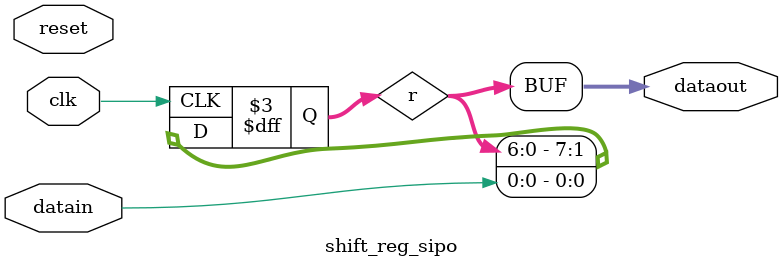
<source format=v>
module shift_reg_sipo(
	input clk,
	input reset,
	input datain,
	output [size-1:0] dataout
);
parameter size = 8;

reg [size-1:0] r;
assign dataout = r;

integer x;
always @ (posedge clk) begin
	r[0] <= datain;
	for (x = 0; x < size - 1; x = x + 1) begin
		r[x+1] <= r[x];
	end
end
endmodule


</source>
